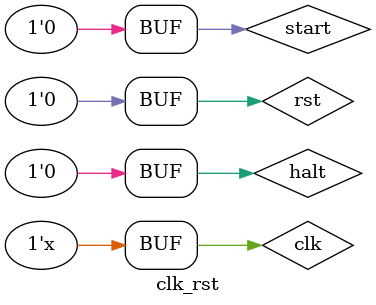
<source format=v>
/* *********************************************
This file is a top module to generate clk, rst and start signal
************************************************ */


module clk_rst();

reg clk;
reg rst;
reg start;
reg halt;


always begin
    clk <= 'd0;
    #1;
    clk <= ~clk;
    #1;
end

initial begin
    rst <= 'd1;
    start <= 'd0;
    halt <= 'd0;
    #5;
    rst <= 'd0;
    #2;
    start <= 'd1;
    #2;
    start <= 'd0;
    #2;
    #2;
    #2;
    // halt <= 'd1;
    // #2;
    // halt <= 'd0;
end


// initial begin
//     rst <= 'd1;
//     start <= 'd0;
//     need_data <= 'd0;
//     #5;
//     rst <= 'd0;
//     #2;
//     start <= 'd1;
//     #2;
//     start <= 'd0;
//     #2;
//     need_data <= 'd1;
//     #2;
//     need_data <= 'd0;
//     #20;
//     need_data <= 'd1;
//     #2;
//     need_data <= 'd0;
// end

CONV1_LAYER1_DENSE_TOP conv1_layer1_dense_top(
    .clk                        (clk),
    .rst                        (rst),
    .start                      (start),
    .halt                       (halt)
);


// wire                                                reg_data_v_w;
// wire    [1023:0]                                    reg_data_w;
// reg                                                 data_v;
// reg     [1023:0]                                    in_veca_data;
// reg     [15:0]                                      in_sig_data;
// reg                                                 usr_rst;


// initial begin
//     rst <= 'd1;
//     data_v <= 'd0;
//     usr_rst <= 'd0;
//     #5;
//     rst <= 'd0;
//     #2;
//     data_v <= 'd1;
//     #2;
//     data_v <= 'd1;
//     #2;
//     data_v <= 'd1;
//     #2;
//     data_v <= 'd1;
//     #2;
//     data_v <= 'd1;
//     #2;
//     data_v <= 'd1;
//     #2;
//     data_v <= 'd0;

//     #200;
//     usr_rst <= 'd1;
    
//     #2;
//     data_v <= 'd1;
//     usr_rst <= 'd0;
//     #2;
//     data_v <= 'd0;
//     #2;
// end

// always @ (posedge clk) begin
//     in_sig_data <= 'h0100;
//     in_veca_data <= 'h0100010001000100010001000100010001000100010001000100010001000100010001000100010001000100010001000100010001000100010001000100010001000100010001000100010001000100010001000100010001000100010001000100010001000100010001000100010001000100010001000100010001000100010001000100010001000100010001000100010001000100010001000100010001000100010001000100010001000100010001000100010001000100010001000100010001000100010001000100010001000100010001000100010001000100010001000100010001000100010001000100010001000100010001000100010001000100010001000100010001000100010001000100010001000100010001000100010001000100010001000100010001000100010001000100010001000100010001000100010001000100010001000100010001000100010001000100010001000100010001000100010001000100010001000100010001000100010001000100010001000100010001000100010001000100010001000100010001000100010001000100010001000100010001000100010001000100010001000100010001000100010001000100010001000100010001000100010001000100010001000100010001000100010001000100010001000100010001000100010001000100;
// end


// TB4PARAMULT_REGHEAP tb4paramult_regheap(
//     .clk                                (clk),
//     .rst                                (rst),
//     .data_v                             (data_v),
//     .in_veca_data                       (in_veca_data),
//     .in_sig_data                        (in_sig_data),
//     .usr_rst                            (usr_rst),
//     .reg_data_w                         (reg_data_w),
//     .reg_data_v_w                       (reg_data_v_w)
// );




// reg     [95:0]                          in_fea;
// reg     [95:0]                          in_wei;
// reg     [5:0]                           non_zero;


// initial begin
//     rst <= 'd1;
//     #2;
//     rst <= 'd0;
//     #10;
//     in_fea <= 96'h0600_0500_0400_0300_0200_0100;
//     in_wei <= 96'h0600_0500_0400_0300_0200_0100;
//     // non_zero <= 6'b111_111;
//     // #2;
//     non_zero <= 6'b111_010;
//     #2;
//     non_zero <= 6'b001_111;
//     #2;
//     non_zero <= 6'b101_101;
//     #2;
//     // non_zero <= 6'b000_000;
//     // #2;
//     non_zero <= 6'b000_000;

// end







// DYN_ISSUE demo(
//     .clk                                (clk),
//     .rst                                (rst),
//     .in_fea                             (in_fea),
//     .in_wei                             (in_wei),
//     .non_zero                           (non_zero)
// );


endmodule




</source>
